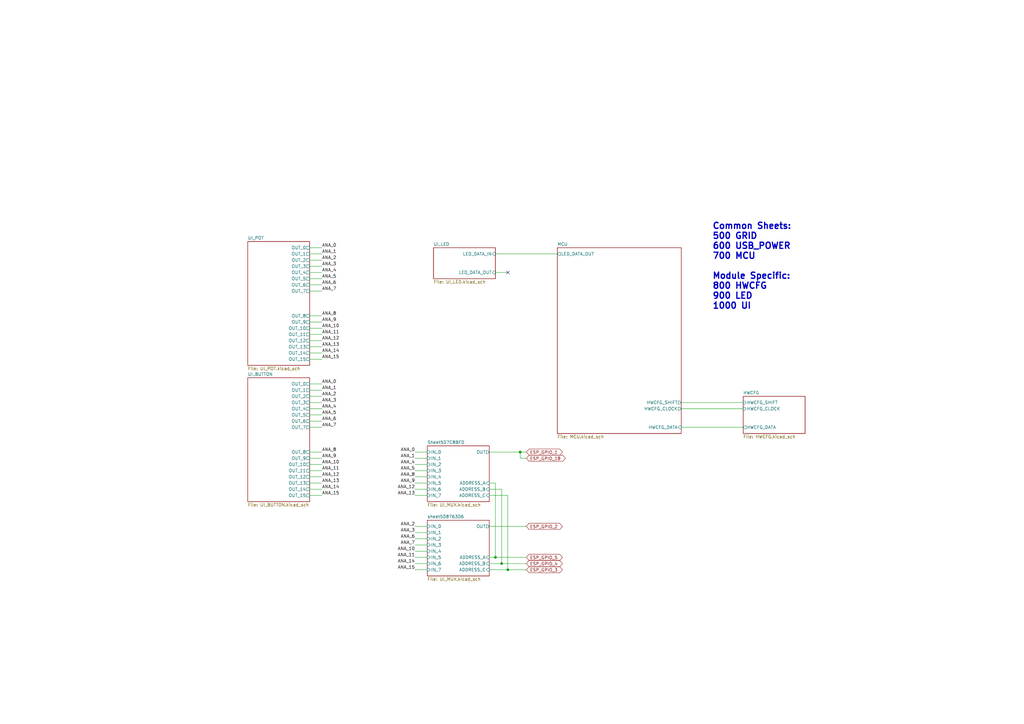
<source format=kicad_sch>
(kicad_sch
	(version 20231120)
	(generator "eeschema")
	(generator_version "8.0")
	(uuid "e5217a0c-7f55-4c30-adda-7f8d95709d1b")
	(paper "A3")
	(lib_symbols)
	(junction
		(at 205.74 231.14)
		(diameter 0)
		(color 0 0 0 0)
		(uuid "08ac20b1-30c3-4faa-9423-ad6403b7072c")
	)
	(junction
		(at 213.36 185.42)
		(diameter 0)
		(color 0 0 0 0)
		(uuid "209c73f9-de16-400b-b152-86e236d8b759")
	)
	(junction
		(at 208.28 233.68)
		(diameter 0)
		(color 0 0 0 0)
		(uuid "6c414b81-8860-4d3a-b16b-4e2ed21e4dbe")
	)
	(junction
		(at 203.2 228.6)
		(diameter 0)
		(color 0 0 0 0)
		(uuid "6c9b97af-3292-4567-9b3d-9befcff6c5c8")
	)
	(no_connect
		(at 208.28 111.76)
		(uuid "74f5ec08-7600-4a0b-a9e4-aae29f9ea08a")
	)
	(wire
		(pts
			(xy 175.26 203.2) (xy 170.18 203.2)
		)
		(stroke
			(width 0)
			(type default)
		)
		(uuid "05f2859d-2820-4e84-b395-696011feb13b")
	)
	(wire
		(pts
			(xy 279.4 165.1) (xy 304.8 165.1)
		)
		(stroke
			(width 0)
			(type default)
		)
		(uuid "07d160b6-23e1-4aa0-95cb-440482e6fc15")
	)
	(wire
		(pts
			(xy 132.08 172.72) (xy 127 172.72)
		)
		(stroke
			(width 0)
			(type default)
		)
		(uuid "096b3d63-3fb7-4d85-adae-aca8407ddb0a")
	)
	(wire
		(pts
			(xy 127 101.6) (xy 132.08 101.6)
		)
		(stroke
			(width 0)
			(type default)
		)
		(uuid "0fafc6b9-fd35-4a55-9270-7a8e7ce3cb13")
	)
	(wire
		(pts
			(xy 205.74 231.14) (xy 215.9 231.14)
		)
		(stroke
			(width 0)
			(type default)
		)
		(uuid "10b8a411-778c-48f1-a1da-903d319bbc7b")
	)
	(wire
		(pts
			(xy 203.2 111.76) (xy 208.28 111.76)
		)
		(stroke
			(width 0)
			(type default)
		)
		(uuid "10e52e95-44f3-4059-a86d-dcda603e0623")
	)
	(wire
		(pts
			(xy 203.2 228.6) (xy 215.9 228.6)
		)
		(stroke
			(width 0)
			(type default)
		)
		(uuid "19382f37-5718-4d75-b68b-4d02c0fdfe2c")
	)
	(wire
		(pts
			(xy 127 142.24) (xy 132.08 142.24)
		)
		(stroke
			(width 0)
			(type default)
		)
		(uuid "1a75c7e1-b31f-403a-beb5-e0aac408e80e")
	)
	(wire
		(pts
			(xy 228.6 104.14) (xy 203.2 104.14)
		)
		(stroke
			(width 0)
			(type default)
		)
		(uuid "1e48966e-d29d-4521-8939-ec8ac570431d")
	)
	(wire
		(pts
			(xy 208.28 233.68) (xy 215.9 233.68)
		)
		(stroke
			(width 0)
			(type default)
		)
		(uuid "1ec91dd0-f934-4cb1-ba19-e3a64b7a2157")
	)
	(wire
		(pts
			(xy 205.74 200.66) (xy 205.74 231.14)
		)
		(stroke
			(width 0)
			(type default)
		)
		(uuid "26d0cac8-9172-4326-af38-12859f265490")
	)
	(wire
		(pts
			(xy 127 175.26) (xy 132.08 175.26)
		)
		(stroke
			(width 0)
			(type default)
		)
		(uuid "287d60a3-5a40-4512-879d-5d33c61f59a7")
	)
	(wire
		(pts
			(xy 175.26 198.12) (xy 170.18 198.12)
		)
		(stroke
			(width 0)
			(type default)
		)
		(uuid "2a1de22d-6451-488d-af77-0bf8841bd695")
	)
	(wire
		(pts
			(xy 208.28 203.2) (xy 208.28 233.68)
		)
		(stroke
			(width 0)
			(type default)
		)
		(uuid "2ba6d03f-bf56-4e09-b1c5-ddd0aef3ee34")
	)
	(wire
		(pts
			(xy 175.26 233.68) (xy 170.18 233.68)
		)
		(stroke
			(width 0)
			(type default)
		)
		(uuid "2c60448a-e30f-46b2-89e1-a44f51688efc")
	)
	(wire
		(pts
			(xy 127 160.02) (xy 132.08 160.02)
		)
		(stroke
			(width 0)
			(type default)
		)
		(uuid "2df78b6a-4676-4be9-aa2e-ce0f11a42583")
	)
	(wire
		(pts
			(xy 132.08 190.5) (xy 127 190.5)
		)
		(stroke
			(width 0)
			(type default)
		)
		(uuid "31a125e0-be83-42e2-a6a7-2fd847ff0800")
	)
	(wire
		(pts
			(xy 127 119.38) (xy 132.08 119.38)
		)
		(stroke
			(width 0)
			(type default)
		)
		(uuid "337e8520-cbd2-42c0-8d17-743bab17cbbd")
	)
	(wire
		(pts
			(xy 203.2 198.12) (xy 203.2 228.6)
		)
		(stroke
			(width 0)
			(type default)
		)
		(uuid "3900bdb8-e272-428b-bcb9-9775449736b1")
	)
	(wire
		(pts
			(xy 132.08 129.54) (xy 127 129.54)
		)
		(stroke
			(width 0)
			(type default)
		)
		(uuid "3a41dd27-ec14-44d5-b505-aad1d829f79a")
	)
	(wire
		(pts
			(xy 132.08 144.78) (xy 127 144.78)
		)
		(stroke
			(width 0)
			(type default)
		)
		(uuid "3c0e2353-baea-4632-89ae-4cae37da2efb")
	)
	(wire
		(pts
			(xy 132.08 195.58) (xy 127 195.58)
		)
		(stroke
			(width 0)
			(type default)
		)
		(uuid "4abe677a-f032-40a9-967c-665e2826fd49")
	)
	(wire
		(pts
			(xy 200.66 200.66) (xy 205.74 200.66)
		)
		(stroke
			(width 0)
			(type default)
		)
		(uuid "4e6b2e65-7e2c-49ae-b65e-9803962033cc")
	)
	(wire
		(pts
			(xy 175.26 220.98) (xy 170.18 220.98)
		)
		(stroke
			(width 0)
			(type default)
		)
		(uuid "576f00e6-a1be-45d3-9b93-e26d9e0fe306")
	)
	(wire
		(pts
			(xy 200.66 228.6) (xy 203.2 228.6)
		)
		(stroke
			(width 0)
			(type default)
		)
		(uuid "58b8a697-304a-4a24-97cf-db0e0871054b")
	)
	(wire
		(pts
			(xy 127 109.22) (xy 132.08 109.22)
		)
		(stroke
			(width 0)
			(type default)
		)
		(uuid "59fc765e-1357-4c94-9529-5635418c7d73")
	)
	(wire
		(pts
			(xy 175.26 193.04) (xy 170.18 193.04)
		)
		(stroke
			(width 0)
			(type default)
		)
		(uuid "6ac3ab53-7523-4805-bfd2-5de19dff127e")
	)
	(wire
		(pts
			(xy 200.66 185.42) (xy 213.36 185.42)
		)
		(stroke
			(width 0)
			(type default)
		)
		(uuid "6cc5add7-2c58-495d-a90c-f7b38995edcd")
	)
	(wire
		(pts
			(xy 175.26 218.44) (xy 170.18 218.44)
		)
		(stroke
			(width 0)
			(type default)
		)
		(uuid "713e0777-58b2-4487-baca-60d0ebed27c3")
	)
	(wire
		(pts
			(xy 200.66 215.9) (xy 215.9 215.9)
		)
		(stroke
			(width 0)
			(type default)
		)
		(uuid "749dc156-7850-4dfd-ad37-6fc4c319880b")
	)
	(wire
		(pts
			(xy 127 157.48) (xy 132.08 157.48)
		)
		(stroke
			(width 0)
			(type default)
		)
		(uuid "7718770e-da08-4c1f-a3ab-6ad84a144317")
	)
	(wire
		(pts
			(xy 213.36 187.96) (xy 213.36 185.42)
		)
		(stroke
			(width 0)
			(type default)
		)
		(uuid "7dfc8c56-f50f-4108-b30e-7ac1268dc5d5")
	)
	(wire
		(pts
			(xy 200.66 233.68) (xy 208.28 233.68)
		)
		(stroke
			(width 0)
			(type default)
		)
		(uuid "7f131c35-9ee2-49ba-bf3a-38cc98ad92ce")
	)
	(wire
		(pts
			(xy 279.4 175.26) (xy 304.8 175.26)
		)
		(stroke
			(width 0)
			(type default)
		)
		(uuid "844d7d7a-b386-45a8-aaf6-bf41bbcb43b5")
	)
	(wire
		(pts
			(xy 200.66 231.14) (xy 205.74 231.14)
		)
		(stroke
			(width 0)
			(type default)
		)
		(uuid "899e0de4-dc68-4dd9-a309-39fb89127bc6")
	)
	(wire
		(pts
			(xy 132.08 106.68) (xy 127 106.68)
		)
		(stroke
			(width 0)
			(type default)
		)
		(uuid "89a8e170-a222-41c0-b545-c9f4c5604011")
	)
	(wire
		(pts
			(xy 127 203.2) (xy 132.08 203.2)
		)
		(stroke
			(width 0)
			(type default)
		)
		(uuid "8b51480c-0a8e-467b-9cef-7f6ba4924bb4")
	)
	(wire
		(pts
			(xy 175.26 228.6) (xy 170.18 228.6)
		)
		(stroke
			(width 0)
			(type default)
		)
		(uuid "901440f4-e2a6-4447-83cc-f58a2b26f5c4")
	)
	(wire
		(pts
			(xy 200.66 198.12) (xy 203.2 198.12)
		)
		(stroke
			(width 0)
			(type default)
		)
		(uuid "950f5746-b2ee-44ef-bbc0-b643341c4815")
	)
	(wire
		(pts
			(xy 127 104.14) (xy 132.08 104.14)
		)
		(stroke
			(width 0)
			(type default)
		)
		(uuid "9529c01f-e1cd-40be-b7f0-83780a544249")
	)
	(wire
		(pts
			(xy 132.08 111.76) (xy 127 111.76)
		)
		(stroke
			(width 0)
			(type default)
		)
		(uuid "96db52e2-6336-4f5e-846e-528c594d0509")
	)
	(wire
		(pts
			(xy 200.66 203.2) (xy 208.28 203.2)
		)
		(stroke
			(width 0)
			(type default)
		)
		(uuid "9c981020-59b0-4dbc-9506-6487539d4728")
	)
	(wire
		(pts
			(xy 213.36 185.42) (xy 215.9 185.42)
		)
		(stroke
			(width 0)
			(type default)
		)
		(uuid "9ecf6fb6-8a32-481f-9d62-47a91889f1a3")
	)
	(wire
		(pts
			(xy 127 147.32) (xy 132.08 147.32)
		)
		(stroke
			(width 0)
			(type default)
		)
		(uuid "9f721e64-14aa-452e-8d93-23d4ce7d9347")
	)
	(wire
		(pts
			(xy 175.26 187.96) (xy 170.18 187.96)
		)
		(stroke
			(width 0)
			(type default)
		)
		(uuid "a07b6b2b-7179-4297-b163-5e47ffbe76d3")
	)
	(wire
		(pts
			(xy 175.26 226.06) (xy 170.18 226.06)
		)
		(stroke
			(width 0)
			(type default)
		)
		(uuid "a0dee8e6-f88a-4f05-aba0-bab3aafdf2bc")
	)
	(wire
		(pts
			(xy 215.9 187.96) (xy 213.36 187.96)
		)
		(stroke
			(width 0)
			(type default)
		)
		(uuid "a33c7f18-872e-49fd-b22b-a6b5171af46c")
	)
	(wire
		(pts
			(xy 127 165.1) (xy 132.08 165.1)
		)
		(stroke
			(width 0)
			(type default)
		)
		(uuid "a5a06591-0b1d-4f31-b3cd-5fa6e2cf1108")
	)
	(wire
		(pts
			(xy 279.4 167.64) (xy 304.8 167.64)
		)
		(stroke
			(width 0)
			(type default)
		)
		(uuid "a62609cd-29b7-4918-b97d-7b2404ba61cf")
	)
	(wire
		(pts
			(xy 175.26 195.58) (xy 170.18 195.58)
		)
		(stroke
			(width 0)
			(type default)
		)
		(uuid "a8219a78-6b33-4efa-a789-6a67ce8f7a50")
	)
	(wire
		(pts
			(xy 175.26 215.9) (xy 170.18 215.9)
		)
		(stroke
			(width 0)
			(type default)
		)
		(uuid "a8fb8ee0-623f-4870-a716-ecc88f37ef9a")
	)
	(wire
		(pts
			(xy 127 170.18) (xy 132.08 170.18)
		)
		(stroke
			(width 0)
			(type default)
		)
		(uuid "abe4fad4-a125-4a89-8f86-66d0f7e6b40d")
	)
	(wire
		(pts
			(xy 132.08 167.64) (xy 127 167.64)
		)
		(stroke
			(width 0)
			(type default)
		)
		(uuid "aeaf1512-f55b-4f06-8856-688db9edfb66")
	)
	(wire
		(pts
			(xy 132.08 139.7) (xy 127 139.7)
		)
		(stroke
			(width 0)
			(type default)
		)
		(uuid "b0e3bfdd-b50b-42ce-a837-222e20c5ce9b")
	)
	(wire
		(pts
			(xy 132.08 134.62) (xy 127 134.62)
		)
		(stroke
			(width 0)
			(type default)
		)
		(uuid "c7df8431-dcf5-4ab4-b8f8-21c1cafc5246")
	)
	(wire
		(pts
			(xy 127 193.04) (xy 132.08 193.04)
		)
		(stroke
			(width 0)
			(type default)
		)
		(uuid "c7ee3b02-6e58-400d-af69-f821d40d4cbb")
	)
	(wire
		(pts
			(xy 175.26 190.5) (xy 170.18 190.5)
		)
		(stroke
			(width 0)
			(type default)
		)
		(uuid "d1a9be32-38ba-44e6-bc35-f031541ab1fe")
	)
	(wire
		(pts
			(xy 127 132.08) (xy 132.08 132.08)
		)
		(stroke
			(width 0)
			(type default)
		)
		(uuid "d38aa458-d7c4-47af-ba08-2b6be506a3fd")
	)
	(wire
		(pts
			(xy 132.08 162.56) (xy 127 162.56)
		)
		(stroke
			(width 0)
			(type default)
		)
		(uuid "d6736673-3304-4e85-a350-791fe38e96ac")
	)
	(wire
		(pts
			(xy 175.26 231.14) (xy 170.18 231.14)
		)
		(stroke
			(width 0)
			(type default)
		)
		(uuid "d7e5a060-eb57-4238-9312-26bc885fc97d")
	)
	(wire
		(pts
			(xy 127 137.16) (xy 132.08 137.16)
		)
		(stroke
			(width 0)
			(type default)
		)
		(uuid "dde8619c-5a8c-40eb-9845-65e6a654222d")
	)
	(wire
		(pts
			(xy 127 198.12) (xy 132.08 198.12)
		)
		(stroke
			(width 0)
			(type default)
		)
		(uuid "e8d0a591-fd34-4cb0-a377-db49b24e37c4")
	)
	(wire
		(pts
			(xy 132.08 200.66) (xy 127 200.66)
		)
		(stroke
			(width 0)
			(type default)
		)
		(uuid "eba56bfe-2d80-42cc-bf08-e0aec63da397")
	)
	(wire
		(pts
			(xy 175.26 185.42) (xy 170.18 185.42)
		)
		(stroke
			(width 0)
			(type default)
		)
		(uuid "ebca7c5e-ae52-43e5-ac6c-69a96a9a5b24")
	)
	(wire
		(pts
			(xy 132.08 185.42) (xy 127 185.42)
		)
		(stroke
			(width 0)
			(type default)
		)
		(uuid "ed50135e-8dee-476e-90ac-c16ba2dad808")
	)
	(wire
		(pts
			(xy 127 114.3) (xy 132.08 114.3)
		)
		(stroke
			(width 0)
			(type default)
		)
		(uuid "f0ff5d1c-5481-4958-b844-4f68a17d4166")
	)
	(wire
		(pts
			(xy 175.26 223.52) (xy 170.18 223.52)
		)
		(stroke
			(width 0)
			(type default)
		)
		(uuid "f19c9655-8ddb-411a-96dd-bd986870c3c6")
	)
	(wire
		(pts
			(xy 175.26 200.66) (xy 170.18 200.66)
		)
		(stroke
			(width 0)
			(type default)
		)
		(uuid "f3044f68-903d-4063-b253-30d8e3a83eae")
	)
	(wire
		(pts
			(xy 127 187.96) (xy 132.08 187.96)
		)
		(stroke
			(width 0)
			(type default)
		)
		(uuid "fae62130-e12e-4e40-b8d3-ae4e747e7372")
	)
	(wire
		(pts
			(xy 132.08 116.84) (xy 127 116.84)
		)
		(stroke
			(width 0)
			(type default)
		)
		(uuid "fdc60c06-30fa-4dfb-96b4-809b755999e1")
	)
	(text "Common Sheets:\n500 GRID\n600 USB_POWER\n700 MCU\n\nModule Specific:\n800 HWCFG\n900 LED\n1000 UI"
		(exclude_from_sim no)
		(at 292.1 127 0)
		(effects
			(font
				(size 2.54 2.54)
				(thickness 0.508)
				(bold yes)
			)
			(justify left bottom)
		)
		(uuid "3ed7b52a-fa11-4e7f-ae41-1082078a3112")
	)
	(label "ANA_12"
		(at 132.08 195.58 0)
		(effects
			(font
				(size 1.27 1.27)
			)
			(justify left bottom)
		)
		(uuid "17555458-d1f2-4e94-92ff-dcb4327d821a")
	)
	(label "ANA_6"
		(at 132.08 116.84 0)
		(effects
			(font
				(size 1.27 1.27)
			)
			(justify left bottom)
		)
		(uuid "1dfbf353-5b24-4c0f-8322-8fcd514ae75e")
	)
	(label "ANA_6"
		(at 170.18 220.98 180)
		(effects
			(font
				(size 1.27 1.27)
			)
			(justify right bottom)
		)
		(uuid "25bc3602-3fb4-4a04-94e3-21ba22562c24")
	)
	(label "ANA_15"
		(at 170.18 233.68 180)
		(effects
			(font
				(size 1.27 1.27)
			)
			(justify right bottom)
		)
		(uuid "269f19c3-6824-45a8-be29-fa58d70cbb42")
	)
	(label "ANA_9"
		(at 170.18 198.12 180)
		(effects
			(font
				(size 1.27 1.27)
			)
			(justify right bottom)
		)
		(uuid "283c990c-ae5a-4e41-a3ad-b40ca29fe90e")
	)
	(label "ANA_6"
		(at 132.08 172.72 0)
		(effects
			(font
				(size 1.27 1.27)
			)
			(justify left bottom)
		)
		(uuid "2936aac2-6fe0-4d5b-acef-118a7d91bacb")
	)
	(label "ANA_8"
		(at 132.08 185.42 0)
		(effects
			(font
				(size 1.27 1.27)
			)
			(justify left bottom)
		)
		(uuid "2a427419-bfe3-4dd5-9bdf-b088ce56f877")
	)
	(label "ANA_4"
		(at 132.08 111.76 0)
		(effects
			(font
				(size 1.27 1.27)
			)
			(justify left bottom)
		)
		(uuid "2e0a9f64-1b78-4597-8d50-d12d2268a95a")
	)
	(label "ANA_10"
		(at 132.08 190.5 0)
		(effects
			(font
				(size 1.27 1.27)
			)
			(justify left bottom)
		)
		(uuid "3840ad4b-647d-4858-9fbe-ebc6144a3771")
	)
	(label "ANA_14"
		(at 170.18 231.14 180)
		(effects
			(font
				(size 1.27 1.27)
			)
			(justify right bottom)
		)
		(uuid "38cfe839-c630-43d3-a9ec-6a89ba9e318a")
	)
	(label "ANA_9"
		(at 132.08 187.96 0)
		(effects
			(font
				(size 1.27 1.27)
			)
			(justify left bottom)
		)
		(uuid "3e3b328d-bd1a-4304-b618-8913b1df8dc9")
	)
	(label "ANA_15"
		(at 132.08 203.2 0)
		(effects
			(font
				(size 1.27 1.27)
			)
			(justify left bottom)
		)
		(uuid "41c8f7aa-1189-4ae1-a96f-0c913f978394")
	)
	(label "ANA_10"
		(at 170.18 226.06 180)
		(effects
			(font
				(size 1.27 1.27)
			)
			(justify right bottom)
		)
		(uuid "49575217-40b0-4890-8acf-12982cca52b5")
	)
	(label "ANA_4"
		(at 170.18 190.5 180)
		(effects
			(font
				(size 1.27 1.27)
			)
			(justify right bottom)
		)
		(uuid "4a54c707-7b6f-4a3d-a74d-5e3526114aba")
	)
	(label "ANA_5"
		(at 170.18 193.04 180)
		(effects
			(font
				(size 1.27 1.27)
			)
			(justify right bottom)
		)
		(uuid "4aa97874-2fd2-414c-b381-9420384c2fd8")
	)
	(label "ANA_1"
		(at 170.18 187.96 180)
		(effects
			(font
				(size 1.27 1.27)
			)
			(justify right bottom)
		)
		(uuid "4b1fce17-dec7-457e-ba3b-a77604e77dc9")
	)
	(label "ANA_11"
		(at 170.18 228.6 180)
		(effects
			(font
				(size 1.27 1.27)
			)
			(justify right bottom)
		)
		(uuid "4cafb73d-1ad8-4d24-acf7-63d78095ae46")
	)
	(label "ANA_5"
		(at 132.08 114.3 0)
		(effects
			(font
				(size 1.27 1.27)
			)
			(justify left bottom)
		)
		(uuid "582622a2-fad4-4737-9a80-be9fffbba8ab")
	)
	(label "ANA_13"
		(at 170.18 203.2 180)
		(effects
			(font
				(size 1.27 1.27)
			)
			(justify right bottom)
		)
		(uuid "5889287d-b845-4684-b23e-663811b25d27")
	)
	(label "ANA_2"
		(at 132.08 162.56 0)
		(effects
			(font
				(size 1.27 1.27)
			)
			(justify left bottom)
		)
		(uuid "597ecfbb-cfec-45f0-89b9-8384af0a832f")
	)
	(label "ANA_11"
		(at 132.08 137.16 0)
		(effects
			(font
				(size 1.27 1.27)
			)
			(justify left bottom)
		)
		(uuid "5c7d6eaf-f256-4349-8203-d2e836872231")
	)
	(label "ANA_9"
		(at 132.08 132.08 0)
		(effects
			(font
				(size 1.27 1.27)
			)
			(justify left bottom)
		)
		(uuid "6f580eb1-88cc-489d-a7ca-9efa5e590715")
	)
	(label "ANA_5"
		(at 132.08 170.18 0)
		(effects
			(font
				(size 1.27 1.27)
			)
			(justify left bottom)
		)
		(uuid "71f4173d-f069-409e-a5d2-a5166016ea22")
	)
	(label "ANA_3"
		(at 132.08 165.1 0)
		(effects
			(font
				(size 1.27 1.27)
			)
			(justify left bottom)
		)
		(uuid "74aa2e90-9e08-4a24-bd30-7c3c22ff92ec")
	)
	(label "ANA_7"
		(at 170.18 223.52 180)
		(effects
			(font
				(size 1.27 1.27)
			)
			(justify right bottom)
		)
		(uuid "7760a75a-d74b-4185-b34e-cbc7b2c339b6")
	)
	(label "ANA_7"
		(at 132.08 175.26 0)
		(effects
			(font
				(size 1.27 1.27)
			)
			(justify left bottom)
		)
		(uuid "84a0e953-d9dc-4878-b5ed-351e18dce3ff")
	)
	(label "ANA_4"
		(at 132.08 167.64 0)
		(effects
			(font
				(size 1.27 1.27)
			)
			(justify left bottom)
		)
		(uuid "85b5d6f6-5e95-4357-8b1d-9c4e3a9a6cc5")
	)
	(label "ANA_2"
		(at 170.18 215.9 180)
		(effects
			(font
				(size 1.27 1.27)
			)
			(justify right bottom)
		)
		(uuid "869d6302-ae22-478f-9723-3feacbb12eef")
	)
	(label "ANA_0"
		(at 132.08 157.48 0)
		(effects
			(font
				(size 1.27 1.27)
			)
			(justify left bottom)
		)
		(uuid "918fe4ae-6696-487a-b5da-f384f2d4e1cc")
	)
	(label "ANA_1"
		(at 132.08 160.02 0)
		(effects
			(font
				(size 1.27 1.27)
			)
			(justify left bottom)
		)
		(uuid "99fa773d-1009-43f8-a0f8-3ddc3e71b4cc")
	)
	(label "ANA_3"
		(at 132.08 109.22 0)
		(effects
			(font
				(size 1.27 1.27)
			)
			(justify left bottom)
		)
		(uuid "9aaeec6e-84fe-4644-b0bc-5de24626ff48")
	)
	(label "ANA_14"
		(at 132.08 144.78 0)
		(effects
			(font
				(size 1.27 1.27)
			)
			(justify left bottom)
		)
		(uuid "a314b397-386d-4255-9b1c-eafa2a1a5ef9")
	)
	(label "ANA_12"
		(at 132.08 139.7 0)
		(effects
			(font
				(size 1.27 1.27)
			)
			(justify left bottom)
		)
		(uuid "a6b27071-a3ba-47c1-bed9-726027e3a408")
	)
	(label "ANA_10"
		(at 132.08 134.62 0)
		(effects
			(font
				(size 1.27 1.27)
			)
			(justify left bottom)
		)
		(uuid "b13e8448-bf35-4ec0-9c70-3f2250718cc2")
	)
	(label "ANA_13"
		(at 132.08 198.12 0)
		(effects
			(font
				(size 1.27 1.27)
			)
			(justify left bottom)
		)
		(uuid "b2789c26-e9b8-40c2-87ee-2ac368c870c8")
	)
	(label "ANA_13"
		(at 132.08 142.24 0)
		(effects
			(font
				(size 1.27 1.27)
			)
			(justify left bottom)
		)
		(uuid "b376e646-27bc-40cf-b0b5-aeca042298ca")
	)
	(label "ANA_12"
		(at 170.18 200.66 180)
		(effects
			(font
				(size 1.27 1.27)
			)
			(justify right bottom)
		)
		(uuid "be4b72db-0e02-4d9b-844a-aff689b4e648")
	)
	(label "ANA_8"
		(at 170.18 195.58 180)
		(effects
			(font
				(size 1.27 1.27)
			)
			(justify right bottom)
		)
		(uuid "c1bac86f-cbf6-4c5b-b60d-c26fa73d9c09")
	)
	(label "ANA_11"
		(at 132.08 193.04 0)
		(effects
			(font
				(size 1.27 1.27)
			)
			(justify left bottom)
		)
		(uuid "c9a1861d-6894-471f-b08b-ae409cebde28")
	)
	(label "ANA_2"
		(at 132.08 106.68 0)
		(effects
			(font
				(size 1.27 1.27)
			)
			(justify left bottom)
		)
		(uuid "d3e133b7-2c84-4206-a2b1-e693cb57fe56")
	)
	(label "ANA_0"
		(at 170.18 185.42 180)
		(effects
			(font
				(size 1.27 1.27)
			)
			(justify right bottom)
		)
		(uuid "d66d3c12-11ce-4566-9a45-962e329503d8")
	)
	(label "ANA_8"
		(at 132.08 129.54 0)
		(effects
			(font
				(size 1.27 1.27)
			)
			(justify left bottom)
		)
		(uuid "d68e5ddb-039c-483f-88a3-1b0b7964b482")
	)
	(label "ANA_0"
		(at 132.08 101.6 0)
		(effects
			(font
				(size 1.27 1.27)
			)
			(justify left bottom)
		)
		(uuid "da481376-0e49-44d3-91b8-aaa39b869dd1")
	)
	(label "ANA_7"
		(at 132.08 119.38 0)
		(effects
			(font
				(size 1.27 1.27)
			)
			(justify left bottom)
		)
		(uuid "e0c7ddff-8c90-465f-be62-21fb49b059fa")
	)
	(label "ANA_3"
		(at 170.18 218.44 180)
		(effects
			(font
				(size 1.27 1.27)
			)
			(justify right bottom)
		)
		(uuid "e1b88aa4-d887-4eea-83ff-5c009f4390c4")
	)
	(label "ANA_15"
		(at 132.08 147.32 0)
		(effects
			(font
				(size 1.27 1.27)
			)
			(justify left bottom)
		)
		(uuid "e9ccd3d8-7b9e-49b1-ab95-ee96622271b0")
	)
	(label "ANA_14"
		(at 132.08 200.66 0)
		(effects
			(font
				(size 1.27 1.27)
			)
			(justify left bottom)
		)
		(uuid "f53a7191-613e-4457-a03e-4e8da7d33592")
	)
	(label "ANA_1"
		(at 132.08 104.14 0)
		(effects
			(font
				(size 1.27 1.27)
			)
			(justify left bottom)
		)
		(uuid "f988d6ea-11c5-4837-b1d1-5c292ded50c6")
	)
	(global_label "ESP_GPIO_5"
		(shape bidirectional)
		(at 215.9 228.6 0)
		(fields_autoplaced yes)
		(effects
			(font
				(size 1.27 1.27)
			)
			(justify left)
		)
		(uuid "584215e2-8167-434e-9f90-2898ac8adc92")
		(property "Intersheetrefs" "${INTERSHEET_REFS}"
			(at 229.4728 228.5206 0)
			(effects
				(font
					(size 1.27 1.27)
				)
				(justify left)
				(hide yes)
			)
		)
	)
	(global_label "ESP_GPIO_1"
		(shape bidirectional)
		(at 215.9 185.42 0)
		(fields_autoplaced yes)
		(effects
			(font
				(size 1.27 1.27)
			)
			(justify left)
		)
		(uuid "62cdf334-29cc-4028-b0d8-f3f97cd7d781")
		(property "Intersheetrefs" "${INTERSHEET_REFS}"
			(at 229.4728 185.3406 0)
			(effects
				(font
					(size 1.27 1.27)
				)
				(justify left)
				(hide yes)
			)
		)
	)
	(global_label "ESP_GPIO_18"
		(shape bidirectional)
		(at 215.9 187.96 0)
		(fields_autoplaced yes)
		(effects
			(font
				(size 1.27 1.27)
			)
			(justify left)
		)
		(uuid "899ad0c5-7905-44e1-9751-dc028eceb340")
		(property "Intersheetrefs" "${INTERSHEET_REFS}"
			(at 230.6823 187.8806 0)
			(effects
				(font
					(size 1.27 1.27)
				)
				(justify left)
				(hide yes)
			)
		)
	)
	(global_label "ESP_GPIO_4"
		(shape bidirectional)
		(at 215.9 231.14 0)
		(fields_autoplaced yes)
		(effects
			(font
				(size 1.27 1.27)
			)
			(justify left)
		)
		(uuid "ad444c75-c6c6-4b0a-9910-044c88df3217")
		(property "Intersheetrefs" "${INTERSHEET_REFS}"
			(at 229.4728 231.0606 0)
			(effects
				(font
					(size 1.27 1.27)
				)
				(justify left)
				(hide yes)
			)
		)
	)
	(global_label "ESP_GPIO_3"
		(shape bidirectional)
		(at 215.9 233.68 0)
		(fields_autoplaced yes)
		(effects
			(font
				(size 1.27 1.27)
			)
			(justify left)
		)
		(uuid "d19e61bc-ff37-410f-a1aa-eb235e9dde27")
		(property "Intersheetrefs" "${INTERSHEET_REFS}"
			(at 229.4728 233.6006 0)
			(effects
				(font
					(size 1.27 1.27)
				)
				(justify left)
				(hide yes)
			)
		)
	)
	(global_label "ESP_GPIO_2"
		(shape bidirectional)
		(at 215.9 215.9 0)
		(fields_autoplaced yes)
		(effects
			(font
				(size 1.27 1.27)
			)
			(justify left)
		)
		(uuid "dec5656e-d83e-434b-b866-7a6cae7b497c")
		(property "Intersheetrefs" "${INTERSHEET_REFS}"
			(at 229.4728 215.8206 0)
			(effects
				(font
					(size 1.27 1.27)
				)
				(justify left)
				(hide yes)
			)
		)
	)
	(sheet
		(at 177.8 101.6)
		(size 25.4 12.7)
		(fields_autoplaced yes)
		(stroke
			(width 0)
			(type solid)
		)
		(fill
			(color 0 0 0 0.0000)
		)
		(uuid "00000000-0000-0000-0000-00005d735388")
		(property "Sheetname" "UI_LED"
			(at 177.8 100.8884 0)
			(effects
				(font
					(size 1.27 1.27)
				)
				(justify left bottom)
			)
		)
		(property "Sheetfile" "UI_LED.kicad_sch"
			(at 177.8 114.8846 0)
			(effects
				(font
					(size 1.27 1.27)
				)
				(justify left top)
			)
		)
		(pin "LED_DATA_IN" input
			(at 203.2 104.14 0)
			(effects
				(font
					(size 1.27 1.27)
				)
				(justify right)
			)
			(uuid "f1e619ac-5067-41df-8384-776ec70a6093")
		)
		(pin "LED_DATA_OUT" input
			(at 203.2 111.76 0)
			(effects
				(font
					(size 1.27 1.27)
				)
				(justify right)
			)
			(uuid "7a74c4b1-6243-4a12-85a2-bc41d346e7aa")
		)
		(instances
			(project "PCBA-PO16"
				(path "/e5217a0c-7f55-4c30-adda-7f8d95709d1b"
					(page "4")
				)
			)
		)
	)
	(sheet
		(at 101.6 99.06)
		(size 25.4 50.8)
		(fields_autoplaced yes)
		(stroke
			(width 0)
			(type solid)
		)
		(fill
			(color 0 0 0 0.0000)
		)
		(uuid "00000000-0000-0000-0000-00005d735a13")
		(property "Sheetname" "UI_POT"
			(at 101.6 98.3484 0)
			(effects
				(font
					(size 1.27 1.27)
				)
				(justify left bottom)
			)
		)
		(property "Sheetfile" "UI_POT.kicad_sch"
			(at 101.6 150.4446 0)
			(effects
				(font
					(size 1.27 1.27)
				)
				(justify left top)
			)
		)
		(pin "OUT_0" passive
			(at 127 101.6 0)
			(effects
				(font
					(size 1.27 1.27)
				)
				(justify right)
			)
			(uuid "bde95c06-433a-4c03-bc48-e3abcdb4e054")
		)
		(pin "OUT_1" passive
			(at 127 104.14 0)
			(effects
				(font
					(size 1.27 1.27)
				)
				(justify right)
			)
			(uuid "8cd050d6-228c-4da0-9533-b4f8d14cfb34")
		)
		(pin "OUT_2" passive
			(at 127 106.68 0)
			(effects
				(font
					(size 1.27 1.27)
				)
				(justify right)
			)
			(uuid "4e27930e-1827-4788-aa6b-487321d46602")
		)
		(pin "OUT_3" passive
			(at 127 109.22 0)
			(effects
				(font
					(size 1.27 1.27)
				)
				(justify right)
			)
			(uuid "18c61c95-8af1-4986-b67e-c7af9c15ab6b")
		)
		(pin "OUT_4" passive
			(at 127 111.76 0)
			(effects
				(font
					(size 1.27 1.27)
				)
				(justify right)
			)
			(uuid "a5be2cb8-c68d-4180-8412-69a6b4c5b1d4")
		)
		(pin "OUT_5" passive
			(at 127 114.3 0)
			(effects
				(font
					(size 1.27 1.27)
				)
				(justify right)
			)
			(uuid "7e1217ba-8a3d-4079-8d7b-b45f90cfbf53")
		)
		(pin "OUT_6" passive
			(at 127 116.84 0)
			(effects
				(font
					(size 1.27 1.27)
				)
				(justify right)
			)
			(uuid "2e90e294-82e1-45da-9bf1-b91dfe0dc8f6")
		)
		(pin "OUT_7" passive
			(at 127 119.38 0)
			(effects
				(font
					(size 1.27 1.27)
				)
				(justify right)
			)
			(uuid "ba6fc20e-7eff-4d5f-81e4-d1fad93be155")
		)
		(pin "OUT_8" passive
			(at 127 129.54 0)
			(effects
				(font
					(size 1.27 1.27)
				)
				(justify right)
			)
			(uuid "2035ea48-3ef5-4d7f-8c3c-50981b30c89a")
		)
		(pin "OUT_9" passive
			(at 127 132.08 0)
			(effects
				(font
					(size 1.27 1.27)
				)
				(justify right)
			)
			(uuid "7a2f50f6-0c99-4e8d-9c2a-8f2f961d2e6d")
		)
		(pin "OUT_10" passive
			(at 127 134.62 0)
			(effects
				(font
					(size 1.27 1.27)
				)
				(justify right)
			)
			(uuid "ae0e6b31-27d7-4383-a4fc-7557b0a19382")
		)
		(pin "OUT_11" passive
			(at 127 137.16 0)
			(effects
				(font
					(size 1.27 1.27)
				)
				(justify right)
			)
			(uuid "9565d2ee-a4f1-4d08-b2c9-0264233a0d2b")
		)
		(pin "OUT_13" passive
			(at 127 142.24 0)
			(effects
				(font
					(size 1.27 1.27)
				)
				(justify right)
			)
			(uuid "92dda192-ef27-40dd-b5e4-bb594117f627")
		)
		(pin "OUT_12" passive
			(at 127 139.7 0)
			(effects
				(font
					(size 1.27 1.27)
				)
				(justify right)
			)
			(uuid "9dfa7e3f-1570-4002-8d59-df681a86705d")
		)
		(pin "OUT_14" passive
			(at 127 144.78 0)
			(effects
				(font
					(size 1.27 1.27)
				)
				(justify right)
			)
			(uuid "79bdb9a5-3709-4490-a6f0-b8f24f2459b9")
		)
		(pin "OUT_15" passive
			(at 127 147.32 0)
			(effects
				(font
					(size 1.27 1.27)
				)
				(justify right)
			)
			(uuid "303937df-8f8c-4c19-9683-94d7adb78c3e")
		)
		(instances
			(project "PCBA-PO16"
				(path "/e5217a0c-7f55-4c30-adda-7f8d95709d1b"
					(page "2")
				)
			)
		)
	)
	(sheet
		(at 101.6 154.94)
		(size 25.4 50.8)
		(fields_autoplaced yes)
		(stroke
			(width 0)
			(type solid)
		)
		(fill
			(color 0 0 0 0.0000)
		)
		(uuid "00000000-0000-0000-0000-00005d74bbf2")
		(property "Sheetname" "UI_BUTTON"
			(at 101.6 154.2284 0)
			(effects
				(font
					(size 1.27 1.27)
				)
				(justify left bottom)
			)
		)
		(property "Sheetfile" "UI_BUTTON.kicad_sch"
			(at 101.6 206.3246 0)
			(effects
				(font
					(size 1.27 1.27)
				)
				(justify left top)
			)
		)
		(pin "OUT_12" passive
			(at 127 195.58 0)
			(effects
				(font
					(size 1.27 1.27)
				)
				(justify right)
			)
			(uuid "3b686d17-1000-4762-ba31-589d599a3edf")
		)
		(pin "OUT_13" passive
			(at 127 198.12 0)
			(effects
				(font
					(size 1.27 1.27)
				)
				(justify right)
			)
			(uuid "9286cf02-1563-41d2-9931-c192c33bab31")
		)
		(pin "OUT_14" passive
			(at 127 200.66 0)
			(effects
				(font
					(size 1.27 1.27)
				)
				(justify right)
			)
			(uuid "66bc2bca-dab7-4947-a0ff-403cdaf9fb89")
		)
		(pin "OUT_15" passive
			(at 127 203.2 0)
			(effects
				(font
					(size 1.27 1.27)
				)
				(justify right)
			)
			(uuid "9b6bb172-1ac4-440a-ac75-c1917d9d59c7")
		)
		(pin "OUT_3" passive
			(at 127 165.1 0)
			(effects
				(font
					(size 1.27 1.27)
				)
				(justify right)
			)
			(uuid "bffef907-5f67-4ba0-a6eb-3d02c01eb613")
		)
		(pin "OUT_2" passive
			(at 127 162.56 0)
			(effects
				(font
					(size 1.27 1.27)
				)
				(justify right)
			)
			(uuid "f0d7f3b7-24fe-4456-944c-175d914de3e4")
		)
		(pin "OUT_11" passive
			(at 127 193.04 0)
			(effects
				(font
					(size 1.27 1.27)
				)
				(justify right)
			)
			(uuid "3d1ea1b4-8d24-4009-a8aa-9af8180cc421")
		)
		(pin "OUT_10" passive
			(at 127 190.5 0)
			(effects
				(font
					(size 1.27 1.27)
				)
				(justify right)
			)
			(uuid "2fae4bd8-ace7-437f-9be8-fa9b3c76313e")
		)
		(pin "OUT_7" passive
			(at 127 175.26 0)
			(effects
				(font
					(size 1.27 1.27)
				)
				(justify right)
			)
			(uuid "b71a6288-0cee-4098-93b5-20a963fa1408")
		)
		(pin "OUT_6" passive
			(at 127 172.72 0)
			(effects
				(font
					(size 1.27 1.27)
				)
				(justify right)
			)
			(uuid "22c63e85-6e5f-486d-977e-ed67ebd1fd24")
		)
		(pin "OUT_1" passive
			(at 127 160.02 0)
			(effects
				(font
					(size 1.27 1.27)
				)
				(justify right)
			)
			(uuid "010efdc4-7270-4b31-8e0c-4e2ad276b122")
		)
		(pin "OUT_5" passive
			(at 127 170.18 0)
			(effects
				(font
					(size 1.27 1.27)
				)
				(justify right)
			)
			(uuid "e51c2e9b-f5ff-425d-b704-070f9a2e305f")
		)
		(pin "OUT_4" passive
			(at 127 167.64 0)
			(effects
				(font
					(size 1.27 1.27)
				)
				(justify right)
			)
			(uuid "13cf4163-42e7-4059-a0b8-6658f6591a77")
		)
		(pin "OUT_0" passive
			(at 127 157.48 0)
			(effects
				(font
					(size 1.27 1.27)
				)
				(justify right)
			)
			(uuid "0ca5867d-85c0-45a3-8b9f-b1a347cdfd8f")
		)
		(pin "OUT_9" passive
			(at 127 187.96 0)
			(effects
				(font
					(size 1.27 1.27)
				)
				(justify right)
			)
			(uuid "2eea8373-3bf8-4519-9419-496319f1ad4c")
		)
		(pin "OUT_8" passive
			(at 127 185.42 0)
			(effects
				(font
					(size 1.27 1.27)
				)
				(justify right)
			)
			(uuid "c3e21b30-a95d-4022-9fb0-5125d4b77217")
		)
		(instances
			(project "PCBA-PO16"
				(path "/e5217a0c-7f55-4c30-adda-7f8d95709d1b"
					(page "3")
				)
			)
		)
	)
	(sheet
		(at 228.6 101.6)
		(size 50.8 76.2)
		(fields_autoplaced yes)
		(stroke
			(width 0)
			(type solid)
		)
		(fill
			(color 0 0 0 0.0000)
		)
		(uuid "00000000-0000-0000-0000-00005d757c78")
		(property "Sheetname" "MCU"
			(at 228.6 100.8884 0)
			(effects
				(font
					(size 1.27 1.27)
				)
				(justify left bottom)
			)
		)
		(property "Sheetfile" "MCU.kicad_sch"
			(at 228.6 178.3846 0)
			(effects
				(font
					(size 1.27 1.27)
				)
				(justify left top)
			)
		)
		(pin "LED_DATA_OUT" output
			(at 228.6 104.14 180)
			(effects
				(font
					(size 1.27 1.27)
				)
				(justify left)
			)
			(uuid "9390234f-bf3f-46cd-b6a0-8a438ec76e9f")
		)
		(pin "HWCFG_DATA" input
			(at 279.4 175.26 0)
			(effects
				(font
					(size 1.27 1.27)
				)
				(justify right)
			)
			(uuid "9e813ec2-d4ce-4e2e-b379-c6fedb4c45db")
		)
		(pin "HWCFG_CLOCK" output
			(at 279.4 167.64 0)
			(effects
				(font
					(size 1.27 1.27)
				)
				(justify right)
			)
			(uuid "6325c32f-c82a-4357-b022-f9c7e76f412e")
		)
		(pin "HWCFG_SHIFT" output
			(at 279.4 165.1 0)
			(effects
				(font
					(size 1.27 1.27)
				)
				(justify right)
			)
			(uuid "18d11f32-e1a6-4f29-8e3c-0bfeb07299bd")
		)
		(instances
			(project "PCBA-PO16"
				(path "/e5217a0c-7f55-4c30-adda-7f8d95709d1b"
					(page "7")
				)
			)
		)
	)
	(sheet
		(at 175.26 182.88)
		(size 25.4 22.86)
		(fields_autoplaced yes)
		(stroke
			(width 0)
			(type solid)
		)
		(fill
			(color 0 0 0 0.0000)
		)
		(uuid "00000000-0000-0000-0000-00005d7c8bfe")
		(property "Sheetname" "Sheet5D7C8BFD"
			(at 175.26 182.1684 0)
			(effects
				(font
					(size 1.27 1.27)
				)
				(justify left bottom)
			)
		)
		(property "Sheetfile" "UI_MUX.kicad_sch"
			(at 175.26 206.3246 0)
			(effects
				(font
					(size 1.27 1.27)
				)
				(justify left top)
			)
		)
		(pin "OUT" output
			(at 200.66 185.42 0)
			(effects
				(font
					(size 1.27 1.27)
				)
				(justify right)
			)
			(uuid "d7e4abd8-69f5-4706-b12e-898194e5bf56")
		)
		(pin "IN_0" input
			(at 175.26 185.42 180)
			(effects
				(font
					(size 1.27 1.27)
				)
				(justify left)
			)
			(uuid "44646447-0a8e-4aec-a74e-22bf765d0f33")
		)
		(pin "IN_1" input
			(at 175.26 187.96 180)
			(effects
				(font
					(size 1.27 1.27)
				)
				(justify left)
			)
			(uuid "2878a73c-5447-4cd9-8194-14f52ab9459c")
		)
		(pin "IN_2" input
			(at 175.26 190.5 180)
			(effects
				(font
					(size 1.27 1.27)
				)
				(justify left)
			)
			(uuid "955cc99e-a129-42cf-abc7-aa99813fdb5f")
		)
		(pin "IN_3" input
			(at 175.26 193.04 180)
			(effects
				(font
					(size 1.27 1.27)
				)
				(justify left)
			)
			(uuid "04cf2f2c-74bf-400d-b4f6-201720df00ed")
		)
		(pin "IN_4" input
			(at 175.26 195.58 180)
			(effects
				(font
					(size 1.27 1.27)
				)
				(justify left)
			)
			(uuid "1bdd5841-68b7-42e2-9447-cbdb608d8a08")
		)
		(pin "IN_5" input
			(at 175.26 198.12 180)
			(effects
				(font
					(size 1.27 1.27)
				)
				(justify left)
			)
			(uuid "aeb03be9-98f0-43f6-9432-1bb35aa04bab")
		)
		(pin "IN_6" input
			(at 175.26 200.66 180)
			(effects
				(font
					(size 1.27 1.27)
				)
				(justify left)
			)
			(uuid "008da5b9-6f95-4113-b7d0-d93ac62efd33")
		)
		(pin "IN_7" input
			(at 175.26 203.2 180)
			(effects
				(font
					(size 1.27 1.27)
				)
				(justify left)
			)
			(uuid "5d3d7893-1d11-4f1d-9052-85cf0e07d281")
		)
		(pin "ADDRESS_C" input
			(at 200.66 203.2 0)
			(effects
				(font
					(size 1.27 1.27)
				)
				(justify right)
			)
			(uuid "79476267-290e-445f-995b-0afd0e11a4b5")
		)
		(pin "ADDRESS_B" input
			(at 200.66 200.66 0)
			(effects
				(font
					(size 1.27 1.27)
				)
				(justify right)
			)
			(uuid "8b290a17-6328-4178-9131-29524d345539")
		)
		(pin "ADDRESS_A" input
			(at 200.66 198.12 0)
			(effects
				(font
					(size 1.27 1.27)
				)
				(justify right)
			)
			(uuid "27b2eb82-662b-42d8-90e6-830fec4bb8d2")
		)
		(instances
			(project "PCBA-PO16"
				(path "/e5217a0c-7f55-4c30-adda-7f8d95709d1b"
					(page "5")
				)
			)
		)
	)
	(sheet
		(at 175.26 213.36)
		(size 25.4 22.86)
		(fields_autoplaced yes)
		(stroke
			(width 0)
			(type solid)
		)
		(fill
			(color 0 0 0 0.0000)
		)
		(uuid "00000000-0000-0000-0000-00005d8763e1")
		(property "Sheetname" "sheet5D8763D6"
			(at 175.26 212.6484 0)
			(effects
				(font
					(size 1.27 1.27)
				)
				(justify left bottom)
			)
		)
		(property "Sheetfile" "UI_MUX.kicad_sch"
			(at 175.26 236.8046 0)
			(effects
				(font
					(size 1.27 1.27)
				)
				(justify left top)
			)
		)
		(pin "IN_0" input
			(at 175.26 215.9 180)
			(effects
				(font
					(size 1.27 1.27)
				)
				(justify left)
			)
			(uuid "3e0392c0-affc-4114-9de5-1f1cfe79418a")
		)
		(pin "IN_1" input
			(at 175.26 218.44 180)
			(effects
				(font
					(size 1.27 1.27)
				)
				(justify left)
			)
			(uuid "6513181c-0a6a-4560-9a18-17450c36ae2a")
		)
		(pin "IN_2" input
			(at 175.26 220.98 180)
			(effects
				(font
					(size 1.27 1.27)
				)
				(justify left)
			)
			(uuid "12a24e86-2c38-4685-bba9-fff8dddb4cb0")
		)
		(pin "IN_3" input
			(at 175.26 223.52 180)
			(effects
				(font
					(size 1.27 1.27)
				)
				(justify left)
			)
			(uuid "f357ddb5-3f44-43b0-b00d-d64f5c62ba4a")
		)
		(pin "IN_4" input
			(at 175.26 226.06 180)
			(effects
				(font
					(size 1.27 1.27)
				)
				(justify left)
			)
			(uuid "35ef9c4a-35f6-467b-a704-b1d9354880cf")
		)
		(pin "IN_5" input
			(at 175.26 228.6 180)
			(effects
				(font
					(size 1.27 1.27)
				)
				(justify left)
			)
			(uuid "b8b961e9-8a60-45fc-999a-a7a3baff4e0d")
		)
		(pin "IN_6" input
			(at 175.26 231.14 180)
			(effects
				(font
					(size 1.27 1.27)
				)
				(justify left)
			)
			(uuid "a7f25f41-0b4c-4430-b6cd-b2160b2db099")
		)
		(pin "IN_7" input
			(at 175.26 233.68 180)
			(effects
				(font
					(size 1.27 1.27)
				)
				(justify left)
			)
			(uuid "0ceb97d6-1b0f-4b71-921e-b0955c30c998")
		)
		(pin "OUT" output
			(at 200.66 215.9 0)
			(effects
				(font
					(size 1.27 1.27)
				)
				(justify right)
			)
			(uuid "1241b7f2-e266-4f5c-8a97-9f0f9d0eef37")
		)
		(pin "ADDRESS_C" input
			(at 200.66 233.68 0)
			(effects
				(font
					(size 1.27 1.27)
				)
				(justify right)
			)
			(uuid "7d0dab95-9e7a-486e-a1d7-fc48860fd57d")
		)
		(pin "ADDRESS_B" input
			(at 200.66 231.14 0)
			(effects
				(font
					(size 1.27 1.27)
				)
				(justify right)
			)
			(uuid "6241e6d3-a754-45b6-9f7c-e43019b93226")
		)
		(pin "ADDRESS_A" input
			(at 200.66 228.6 0)
			(effects
				(font
					(size 1.27 1.27)
				)
				(justify right)
			)
			(uuid "c8a44971-63c1-4a19-879d-b6647b2dc08d")
		)
		(instances
			(project "PCBA-PO16"
				(path "/e5217a0c-7f55-4c30-adda-7f8d95709d1b"
					(page "6")
				)
			)
		)
	)
	(sheet
		(at 304.8 162.56)
		(size 25.4 15.24)
		(fields_autoplaced yes)
		(stroke
			(width 0)
			(type solid)
		)
		(fill
			(color 0 0 0 0.0000)
		)
		(uuid "00000000-0000-0000-0000-00005dc2dc06")
		(property "Sheetname" "HWCFG"
			(at 304.8 161.8484 0)
			(effects
				(font
					(size 1.27 1.27)
				)
				(justify left bottom)
			)
		)
		(property "Sheetfile" "HWCFG.kicad_sch"
			(at 304.8 178.3846 0)
			(effects
				(font
					(size 1.27 1.27)
				)
				(justify left top)
			)
		)
		(pin "HWCFG_DATA" output
			(at 304.8 175.26 180)
			(effects
				(font
					(size 1.27 1.27)
				)
				(justify left)
			)
			(uuid "9f782c92-a5e8-49db-bfda-752b35522ce4")
		)
		(pin "HWCFG_CLOCK" input
			(at 304.8 167.64 180)
			(effects
				(font
					(size 1.27 1.27)
				)
				(justify left)
			)
			(uuid "ccc4cc25-ac17-45ef-825c-e079951ffb21")
		)
		(pin "HWCFG_SHIFT" input
			(at 304.8 165.1 180)
			(effects
				(font
					(size 1.27 1.27)
				)
				(justify left)
			)
			(uuid "626679e8-6101-4722-ac57-5b8d9dab4c8b")
		)
		(instances
			(project "PCBA-PO16"
				(path "/e5217a0c-7f55-4c30-adda-7f8d95709d1b"
					(page "10")
				)
			)
		)
	)
	(sheet_instances
		(path "/"
			(page "1")
		)
	)
)

</source>
